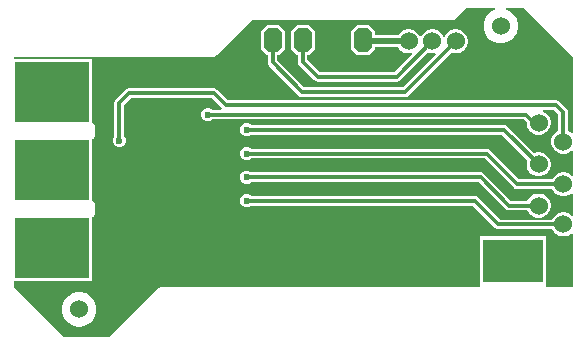
<source format=gbr>
%TF.GenerationSoftware,Altium Limited,Altium Designer,23.6.0 (18)*%
G04 Layer_Physical_Order=1*
G04 Layer_Color=255*
%FSLAX45Y45*%
%MOMM*%
%TF.SameCoordinates,E8FE7F88-156A-4670-BA50-05D3EA163389*%
%TF.FilePolarity,Positive*%
%TF.FileFunction,Copper,L1,Top,Signal*%
%TF.Part,Single*%
G01*
G75*
%TA.AperFunction,SMDPad,CuDef*%
%ADD10R,5.08000X3.68000*%
%ADD11R,6.35000X5.08000*%
%TA.AperFunction,Conductor*%
%ADD12C,0.30000*%
%ADD13C,0.25400*%
%ADD14C,0.50000*%
%TA.AperFunction,ViaPad*%
%ADD15C,1.52400*%
%TA.AperFunction,ComponentPad*%
G04:AMPARAMS|DCode=16|XSize=2.032mm|YSize=1.524mm|CornerRadius=0mm|HoleSize=0mm|Usage=FLASHONLY|Rotation=90.000|XOffset=0mm|YOffset=0mm|HoleType=Round|Shape=Octagon|*
%AMOCTAGOND16*
4,1,8,0.38100,1.01600,-0.38100,1.01600,-0.76200,0.63500,-0.76200,-0.63500,-0.38100,-1.01600,0.38100,-1.01600,0.76200,-0.63500,0.76200,0.63500,0.38100,1.01600,0.0*
%
%ADD16OCTAGOND16*%

%TA.AperFunction,ViaPad*%
%ADD17C,0.60000*%
G36*
X4771154Y1983909D02*
Y1349124D01*
X4759420Y1344264D01*
X4752384Y1351300D01*
X4731191Y1363536D01*
Y1520000D01*
X4728056Y1535763D01*
X4719127Y1549127D01*
X4659127Y1609127D01*
X4645763Y1618056D01*
X4630000Y1621191D01*
X1847062D01*
X1759127Y1709127D01*
X1745764Y1718056D01*
X1730000Y1721191D01*
X1010000D01*
X994237Y1718056D01*
X980873Y1709127D01*
X900873Y1629127D01*
X891944Y1615763D01*
X888808Y1600000D01*
Y1317156D01*
X883034Y1311381D01*
X874600Y1291020D01*
Y1268980D01*
X883034Y1248619D01*
X898618Y1233034D01*
X918980Y1224600D01*
X941020D01*
X961381Y1233034D01*
X976966Y1248619D01*
X985400Y1268980D01*
Y1291020D01*
X976966Y1311381D01*
X971191Y1317156D01*
Y1582938D01*
X1027062Y1638809D01*
X1712938D01*
X1797855Y1553891D01*
X1793850Y1541976D01*
X1793231Y1541191D01*
X1717156D01*
X1711381Y1546966D01*
X1691020Y1555400D01*
X1668980D01*
X1648618Y1546966D01*
X1633034Y1531381D01*
X1624600Y1511020D01*
Y1488980D01*
X1633034Y1468619D01*
X1648618Y1453034D01*
X1668980Y1444600D01*
X1691020D01*
X1711381Y1453034D01*
X1717156Y1458809D01*
X4358572D01*
X4378400Y1438981D01*
Y1416624D01*
X4385324Y1390784D01*
X4398700Y1367616D01*
X4417616Y1348700D01*
X4440784Y1335324D01*
X4466624Y1328400D01*
X4493376D01*
X4519216Y1335324D01*
X4542384Y1348700D01*
X4561300Y1367616D01*
X4574676Y1390784D01*
X4581600Y1416624D01*
Y1443376D01*
X4574676Y1469216D01*
X4561300Y1492384D01*
X4542384Y1511301D01*
X4519216Y1524676D01*
X4513872Y1526108D01*
X4515544Y1538808D01*
X4612938D01*
X4648809Y1502938D01*
Y1363536D01*
X4627616Y1351300D01*
X4608700Y1332384D01*
X4595324Y1309216D01*
X4588400Y1283376D01*
Y1256624D01*
X4595324Y1230784D01*
X4608700Y1207616D01*
X4627616Y1188700D01*
X4650784Y1175324D01*
X4676624Y1168400D01*
X4703376D01*
X4729216Y1175324D01*
X4752384Y1188700D01*
X4759420Y1195736D01*
X4771154Y1190876D01*
Y989124D01*
X4759420Y984264D01*
X4752384Y991300D01*
X4729216Y1004676D01*
X4703376Y1011600D01*
X4676624D01*
X4650784Y1004676D01*
X4627616Y991300D01*
X4608700Y972384D01*
X4596464Y951191D01*
X4317062D01*
X4069127Y1199127D01*
X4055764Y1208056D01*
X4040000Y1211191D01*
X2047156D01*
X2041381Y1216966D01*
X2021020Y1225400D01*
X1998980D01*
X1978619Y1216966D01*
X1963034Y1201381D01*
X1954600Y1181020D01*
Y1158980D01*
X1963034Y1138618D01*
X1978619Y1123034D01*
X1998980Y1114600D01*
X2021020D01*
X2041381Y1123034D01*
X2047156Y1128809D01*
X4022938D01*
X4270874Y880873D01*
X4284237Y871944D01*
X4300000Y868809D01*
X4596464D01*
X4608700Y847616D01*
X4627616Y828700D01*
X4650784Y815324D01*
X4676624Y808400D01*
X4703376D01*
X4729216Y815324D01*
X4752384Y828700D01*
X4759420Y835736D01*
X4771154Y830876D01*
Y649124D01*
X4759420Y644264D01*
X4752384Y651300D01*
X4729216Y664676D01*
X4703376Y671600D01*
X4676624D01*
X4650784Y664676D01*
X4627616Y651300D01*
X4608700Y632384D01*
X4596464Y611191D01*
X4157062D01*
X3969127Y799127D01*
X3955763Y808056D01*
X3940000Y811191D01*
X2047156D01*
X2041381Y816966D01*
X2021020Y825400D01*
X1998980D01*
X1978619Y816966D01*
X1963034Y801381D01*
X1954600Y781020D01*
Y758980D01*
X1963034Y738619D01*
X1978619Y723034D01*
X1998980Y714600D01*
X2021020D01*
X2041381Y723034D01*
X2047156Y728809D01*
X3922938D01*
X4110873Y540873D01*
X4124237Y531944D01*
X4140000Y528808D01*
X4596464D01*
X4608700Y507616D01*
X4627616Y488700D01*
X4650784Y475324D01*
X4676624Y468400D01*
X4703376D01*
X4729216Y475324D01*
X4752384Y488700D01*
X4759420Y495736D01*
X4771154Y490876D01*
Y38847D01*
X4541685D01*
X4539400Y50600D01*
X4539400Y51547D01*
Y469400D01*
X3980600D01*
Y51547D01*
X3980600Y50600D01*
X3978315Y38847D01*
X1280000D01*
X1265134Y35889D01*
X1252531Y27469D01*
X843909Y-381153D01*
X456091D01*
X38847Y36091D01*
Y90600D01*
X702900D01*
Y633720D01*
X704866Y634110D01*
X717468Y642531D01*
X725889Y655134D01*
X728846Y670000D01*
Y730000D01*
X725889Y744866D01*
X717468Y757469D01*
X704866Y765890D01*
X702900Y766280D01*
Y1293720D01*
X704866Y1294110D01*
X717468Y1302531D01*
X725889Y1315134D01*
X728846Y1330000D01*
Y1390000D01*
X725889Y1404866D01*
X717468Y1417469D01*
X704866Y1425889D01*
X702900Y1426280D01*
Y1969400D01*
X38847D01*
Y1991153D01*
X1730000D01*
X1744866Y1994111D01*
X1757469Y2002531D01*
X2056091Y2301153D01*
X3750000D01*
X3764866Y2304110D01*
X3777469Y2312531D01*
X3866091Y2401153D01*
X4113261D01*
X4114933Y2388453D01*
X4103878Y2385491D01*
X4070722Y2366349D01*
X4043651Y2339278D01*
X4024509Y2306122D01*
X4014600Y2269142D01*
Y2230858D01*
X4024509Y2193878D01*
X4043651Y2160722D01*
X4070722Y2133651D01*
X4103878Y2114509D01*
X4140858Y2104600D01*
X4179142D01*
X4216122Y2114509D01*
X4249278Y2133651D01*
X4276349Y2160722D01*
X4295491Y2193878D01*
X4305400Y2230858D01*
Y2269142D01*
X4295491Y2306122D01*
X4276349Y2339278D01*
X4249278Y2366349D01*
X4216122Y2385491D01*
X4205068Y2388453D01*
X4206740Y2401153D01*
X4353910D01*
X4771154Y1983909D01*
D02*
G37*
%LPC*%
G36*
X3040800Y2257000D02*
X2939200D01*
X2888400Y2206200D01*
Y2053800D01*
X2939200Y2003000D01*
X3040800D01*
X3091600Y2053800D01*
Y2068613D01*
X3292351D01*
X3298700Y2057616D01*
X3317616Y2038700D01*
X3340784Y2025324D01*
X3366624Y2018400D01*
X3393376D01*
X3405411Y2021625D01*
X3411985Y2010238D01*
X3262938Y1861191D01*
X2627062D01*
X2523192Y1965062D01*
Y2003000D01*
X2532800D01*
X2583600Y2053800D01*
Y2206200D01*
X2532800Y2257000D01*
X2431200D01*
X2380400Y2206200D01*
Y2053800D01*
X2431200Y2003000D01*
X2440809D01*
Y1948000D01*
X2443944Y1932237D01*
X2452873Y1918873D01*
X2580873Y1790873D01*
X2594237Y1781944D01*
X2610000Y1778808D01*
X3280000D01*
X3295763Y1781944D01*
X3309126Y1790873D01*
X3542987Y2024734D01*
X3566624Y2018400D01*
X3593376D01*
X3605410Y2021625D01*
X3611984Y2010238D01*
X3332937Y1731191D01*
X2497062D01*
X2269192Y1959062D01*
Y2003000D01*
X2278800D01*
X2329600Y2053800D01*
Y2206200D01*
X2278800Y2257000D01*
X2177200D01*
X2126400Y2206200D01*
Y2053800D01*
X2177200Y2003000D01*
X2186809D01*
Y1942000D01*
X2189944Y1926237D01*
X2198873Y1912873D01*
X2450873Y1660873D01*
X2464237Y1651944D01*
X2480000Y1648808D01*
X3349999D01*
X3365763Y1651944D01*
X3379126Y1660873D01*
X3742987Y2024734D01*
X3766624Y2018400D01*
X3793376D01*
X3819216Y2025324D01*
X3842384Y2038700D01*
X3861300Y2057616D01*
X3874676Y2080784D01*
X3881600Y2106624D01*
Y2133376D01*
X3874676Y2159216D01*
X3861300Y2182384D01*
X3842384Y2201301D01*
X3819216Y2214677D01*
X3793376Y2221600D01*
X3766624D01*
X3740784Y2214677D01*
X3717616Y2201301D01*
X3698699Y2182384D01*
X3687031Y2162175D01*
X3681669Y2160891D01*
X3678331D01*
X3672968Y2162175D01*
X3661300Y2182384D01*
X3642384Y2201301D01*
X3619216Y2214677D01*
X3593376Y2221600D01*
X3566624D01*
X3540784Y2214677D01*
X3517616Y2201301D01*
X3498700Y2182384D01*
X3487032Y2162175D01*
X3481669Y2160891D01*
X3478331D01*
X3472968Y2162175D01*
X3461300Y2182384D01*
X3442384Y2201301D01*
X3419216Y2214677D01*
X3393376Y2221600D01*
X3366624D01*
X3340784Y2214677D01*
X3317616Y2201301D01*
X3298700Y2182384D01*
X3292351Y2171388D01*
X3091600D01*
Y2206200D01*
X3040800Y2257000D01*
D02*
G37*
G36*
X2021020Y1425400D02*
X1998980D01*
X1978619Y1416966D01*
X1963034Y1401381D01*
X1954600Y1381020D01*
Y1358980D01*
X1963034Y1338618D01*
X1978619Y1323034D01*
X1998980Y1314600D01*
X2021020D01*
X2041381Y1323034D01*
X2047156Y1328808D01*
X4172938D01*
X4384733Y1117013D01*
X4378400Y1093376D01*
Y1066624D01*
X4385324Y1040784D01*
X4398700Y1017616D01*
X4417616Y998700D01*
X4440784Y985324D01*
X4466624Y978400D01*
X4493376D01*
X4519216Y985324D01*
X4542384Y998700D01*
X4561300Y1017616D01*
X4574676Y1040784D01*
X4581600Y1066624D01*
Y1093376D01*
X4574676Y1119216D01*
X4561300Y1142384D01*
X4542384Y1161300D01*
X4519216Y1174676D01*
X4493376Y1181600D01*
X4466624D01*
X4442987Y1175267D01*
X4219127Y1399126D01*
X4205763Y1408056D01*
X4190000Y1411191D01*
X2047156D01*
X2041381Y1416966D01*
X2021020Y1425400D01*
D02*
G37*
G36*
Y1025400D02*
X1998980D01*
X1978619Y1016966D01*
X1963034Y1001381D01*
X1954600Y981020D01*
Y958980D01*
X1963034Y938618D01*
X1978619Y923034D01*
X1998980Y914600D01*
X2021020D01*
X2041381Y923034D01*
X2047156Y928808D01*
X3972938D01*
X4200873Y700873D01*
X4214237Y691944D01*
X4230000Y688809D01*
X4386464D01*
X4398700Y667616D01*
X4417616Y648700D01*
X4440784Y635324D01*
X4466624Y628400D01*
X4493376D01*
X4519216Y635324D01*
X4542384Y648700D01*
X4561300Y667616D01*
X4574676Y690784D01*
X4581600Y716624D01*
Y743376D01*
X4574676Y769216D01*
X4561300Y792384D01*
X4542384Y811300D01*
X4519216Y824676D01*
X4493376Y831600D01*
X4466624D01*
X4440784Y824676D01*
X4417616Y811300D01*
X4398700Y792384D01*
X4386464Y771191D01*
X4247062D01*
X4019127Y999127D01*
X4005763Y1008056D01*
X3990000Y1011191D01*
X2047156D01*
X2041381Y1016966D01*
X2021020Y1025400D01*
D02*
G37*
G36*
X609142Y-4600D02*
X570858D01*
X533878Y-14509D01*
X500722Y-33651D01*
X473651Y-60722D01*
X454509Y-93878D01*
X444600Y-130858D01*
Y-169142D01*
X454509Y-206122D01*
X473651Y-239278D01*
X500722Y-266349D01*
X533878Y-285491D01*
X570858Y-295400D01*
X609142D01*
X646122Y-285491D01*
X679278Y-266349D01*
X706349Y-239278D01*
X725491Y-206122D01*
X735400Y-169142D01*
Y-130858D01*
X725491Y-93878D01*
X706349Y-60722D01*
X679278Y-33651D01*
X646122Y-14509D01*
X609142Y-4600D01*
D02*
G37*
%LPD*%
D10*
X4260000Y1850000D02*
D03*
Y260000D02*
D03*
D11*
X360000Y1030000D02*
D03*
Y370000D02*
D03*
Y1690000D02*
D03*
D12*
X4300000Y910000D02*
X4690000D01*
X4040000Y1170000D02*
X4300000Y910000D01*
X3349999Y1690000D02*
X3780000Y2120000D01*
X2480000Y1690000D02*
X3349999D01*
X2228000Y1942000D02*
X2480000Y1690000D01*
X2610000Y1820000D02*
X3280000D01*
X2482000Y1948000D02*
X2610000Y1820000D01*
X3280000D02*
X3580000Y2120000D01*
X2228000Y1942000D02*
Y2130000D01*
X2482000Y1948000D02*
Y2130000D01*
X4140000Y570000D02*
X4690000D01*
X3940000Y770000D02*
X4140000Y570000D01*
X2010000Y770000D02*
X3940000D01*
X3990000Y970000D02*
X4230000Y730000D01*
X4480000D01*
X2010000Y970000D02*
X3990000D01*
X2010000Y1170000D02*
X4040000D01*
X2010000Y1370000D02*
X4190000D01*
X4480000Y1080000D01*
X930000Y1600000D02*
X1010000Y1680000D01*
X1730000D02*
X1830000Y1580000D01*
X1010000Y1680000D02*
X1730000D01*
X1830000Y1580000D02*
X4630000D01*
X1680000Y1500000D02*
X4375634D01*
X4445634Y1430000D02*
X4480000D01*
X4375634Y1500000D02*
X4445634Y1430000D01*
X4690000Y1270000D02*
Y1520000D01*
X4630000Y1580000D02*
X4690000Y1520000D01*
X930000Y1280000D02*
Y1600000D01*
D13*
X2990000Y2130000D02*
X3000000Y2120000D01*
D14*
X3380000D01*
D15*
X3580000D02*
D03*
X3380000D02*
D03*
X3780000D02*
D03*
X4690000Y570000D02*
D03*
X4480000Y730000D02*
D03*
Y1430000D02*
D03*
Y1080000D02*
D03*
X4690000Y910000D02*
D03*
Y1270000D02*
D03*
X590000Y-150000D02*
D03*
X4160000Y2250000D02*
D03*
D16*
X2228000Y2130000D02*
D03*
X2482000D02*
D03*
X2736000D02*
D03*
X2990000D02*
D03*
D17*
X3187002Y320000D02*
D03*
X3186996Y160000D02*
D03*
X3347995D02*
D03*
X3348001Y320000D02*
D03*
X3508995Y160000D02*
D03*
X3509001Y320000D02*
D03*
X3669994Y160000D02*
D03*
X3670000Y320000D02*
D03*
X2060006D02*
D03*
X2060000Y160000D02*
D03*
X2220999D02*
D03*
X2221005Y320000D02*
D03*
X2381999Y160000D02*
D03*
X2382005Y320000D02*
D03*
X3026002D02*
D03*
X3025996Y160000D02*
D03*
X2865003Y320000D02*
D03*
X2864997Y160000D02*
D03*
X2704003Y320000D02*
D03*
X2703998Y160000D02*
D03*
X2542998D02*
D03*
X2543004Y320000D02*
D03*
X2010000Y1370000D02*
D03*
Y1170000D02*
D03*
Y970000D02*
D03*
Y770000D02*
D03*
X1680000Y1500000D02*
D03*
X930000Y1280000D02*
D03*
X130000Y890000D02*
D03*
Y1220000D02*
D03*
Y1055000D02*
D03*
Y1530000D02*
D03*
Y1860000D02*
D03*
Y1695000D02*
D03*
X350000Y200000D02*
D03*
Y530000D02*
D03*
Y365000D02*
D03*
Y1055000D02*
D03*
Y1220000D02*
D03*
Y890000D02*
D03*
Y1530000D02*
D03*
Y1860000D02*
D03*
Y1695000D02*
D03*
X569999Y365000D02*
D03*
Y530000D02*
D03*
Y200000D02*
D03*
Y1055000D02*
D03*
Y1220000D02*
D03*
Y890000D02*
D03*
Y1530000D02*
D03*
Y1860000D02*
D03*
Y1695000D02*
D03*
X130000Y530000D02*
D03*
Y365000D02*
D03*
Y200000D02*
D03*
X4429999Y360000D02*
D03*
Y250000D02*
D03*
Y140000D02*
D03*
X4265000Y360000D02*
D03*
Y250000D02*
D03*
Y140000D02*
D03*
X4100000D02*
D03*
Y250000D02*
D03*
Y360000D02*
D03*
Y1970000D02*
D03*
Y1860000D02*
D03*
Y1750000D02*
D03*
X4265000D02*
D03*
Y1860000D02*
D03*
Y1970000D02*
D03*
X4429999Y1750000D02*
D03*
Y1860000D02*
D03*
Y1970000D02*
D03*
%TF.MD5,50517b07865cdbd51c0c32832d5aa44f*%
M02*

</source>
